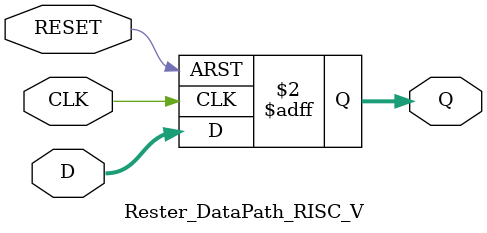
<source format=v>
module Rester_DataPath_RISC_V  (
    CLK,RESET,D,Q
);

input  CLK,RESET;

input      [31:0] D;
output reg [31:0] Q;

always @(posedge CLK or posedge RESET) 
begin
    if (RESET)    
    Q <= 32'b0;
    else
    Q <= D;    
end
    
endmodule
</source>
